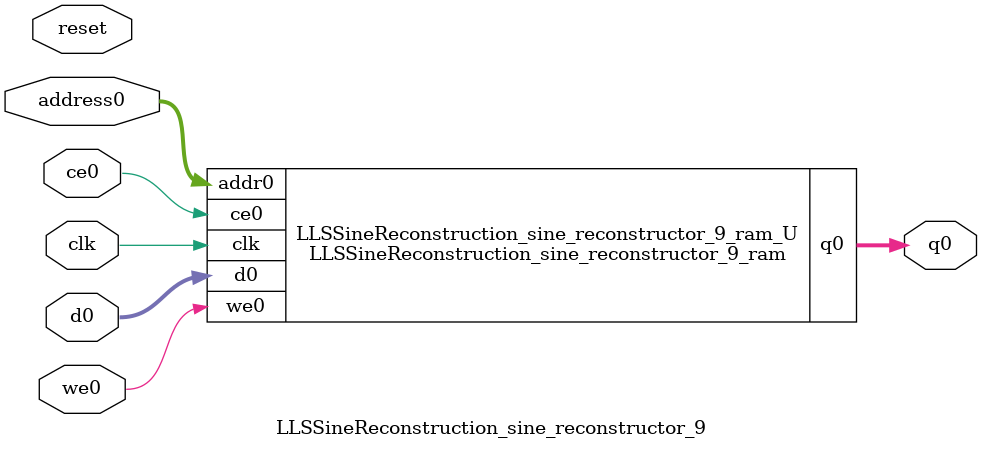
<source format=v>
`timescale 1 ns / 1 ps
module LLSSineReconstruction_sine_reconstructor_9_ram (addr0, ce0, d0, we0, q0,  clk);

parameter DWIDTH = 51;
parameter AWIDTH = 7;
parameter MEM_SIZE = 80;

input[AWIDTH-1:0] addr0;
input ce0;
input[DWIDTH-1:0] d0;
input we0;
output reg[DWIDTH-1:0] q0;
input clk;

reg [DWIDTH-1:0] ram[0:MEM_SIZE-1];




always @(posedge clk)  
begin 
    if (ce0) begin
        if (we0) 
            ram[addr0] <= d0; 
        q0 <= ram[addr0];
    end
end


endmodule

`timescale 1 ns / 1 ps
module LLSSineReconstruction_sine_reconstructor_9(
    reset,
    clk,
    address0,
    ce0,
    we0,
    d0,
    q0);

parameter DataWidth = 32'd51;
parameter AddressRange = 32'd80;
parameter AddressWidth = 32'd7;
input reset;
input clk;
input[AddressWidth - 1:0] address0;
input ce0;
input we0;
input[DataWidth - 1:0] d0;
output[DataWidth - 1:0] q0;



LLSSineReconstruction_sine_reconstructor_9_ram LLSSineReconstruction_sine_reconstructor_9_ram_U(
    .clk( clk ),
    .addr0( address0 ),
    .ce0( ce0 ),
    .we0( we0 ),
    .d0( d0 ),
    .q0( q0 ));

endmodule


</source>
